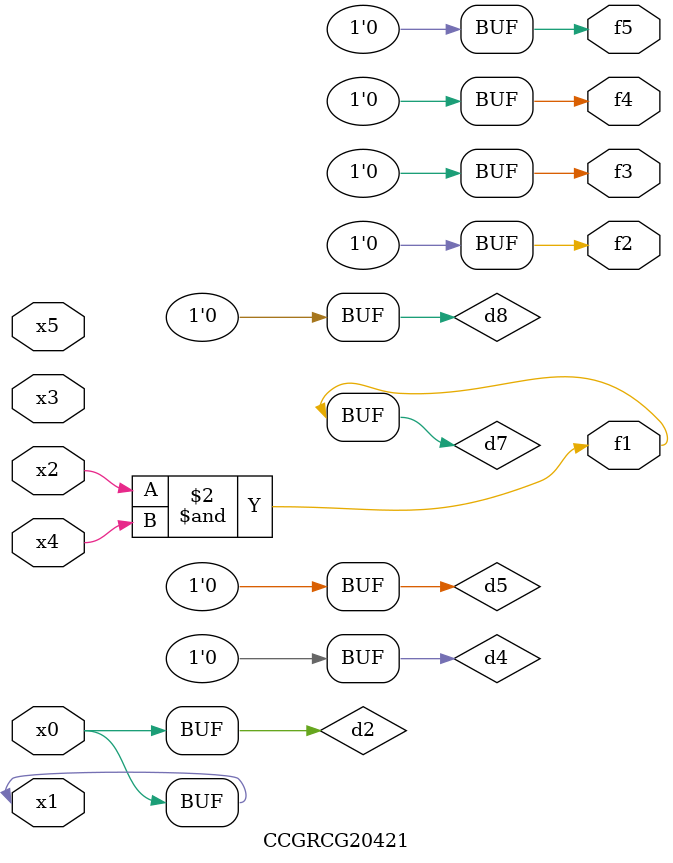
<source format=v>
module CCGRCG20421(
	input x0, x1, x2, x3, x4, x5,
	output f1, f2, f3, f4, f5
);

	wire d1, d2, d3, d4, d5, d6, d7, d8, d9;

	nand (d1, x1);
	buf (d2, x0, x1);
	nand (d3, x2, x4);
	and (d4, d1, d2);
	and (d5, d1, d2);
	nand (d6, d1, d3);
	not (d7, d3);
	xor (d8, d5);
	nor (d9, d5, d6);
	assign f1 = d7;
	assign f2 = d8;
	assign f3 = d8;
	assign f4 = d8;
	assign f5 = d8;
endmodule

</source>
